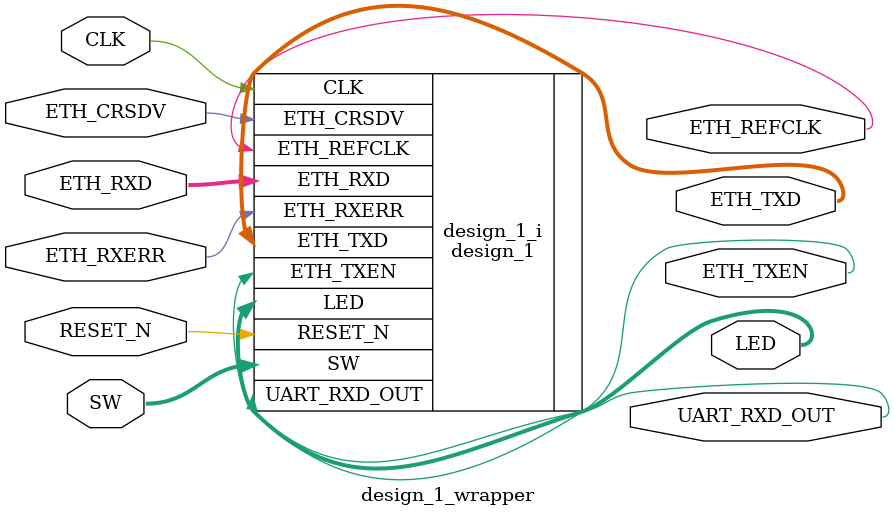
<source format=v>
`timescale 1 ps / 1 ps

module design_1_wrapper
   (CLK,
    ETH_CRSDV,
    ETH_REFCLK,
    ETH_RXD,
    ETH_RXERR,
    ETH_TXD,
    ETH_TXEN,
    LED,
    RESET_N,
    SW,
    UART_RXD_OUT);
  input CLK;
  input ETH_CRSDV;
  output ETH_REFCLK;
  input [1:0]ETH_RXD;
  input ETH_RXERR;
  output [1:0]ETH_TXD;
  output ETH_TXEN;
  output [15:0]LED;
  input RESET_N;
  input [15:0]SW;
  output UART_RXD_OUT;

  wire CLK;
  wire ETH_CRSDV;
  wire ETH_REFCLK;
  wire [1:0]ETH_RXD;
  wire ETH_RXERR;
  wire [1:0]ETH_TXD;
  wire ETH_TXEN;
  wire [15:0]LED;
  wire RESET_N;
  wire [15:0]SW;
  wire UART_RXD_OUT;

  design_1 design_1_i
       (.CLK(CLK),
        .ETH_CRSDV(ETH_CRSDV),
        .ETH_REFCLK(ETH_REFCLK),
        .ETH_RXD(ETH_RXD),
        .ETH_RXERR(ETH_RXERR),
        .ETH_TXD(ETH_TXD),
        .ETH_TXEN(ETH_TXEN),
        .LED(LED),
        .RESET_N(RESET_N),
        .SW(SW),
        .UART_RXD_OUT(UART_RXD_OUT));
endmodule

</source>
